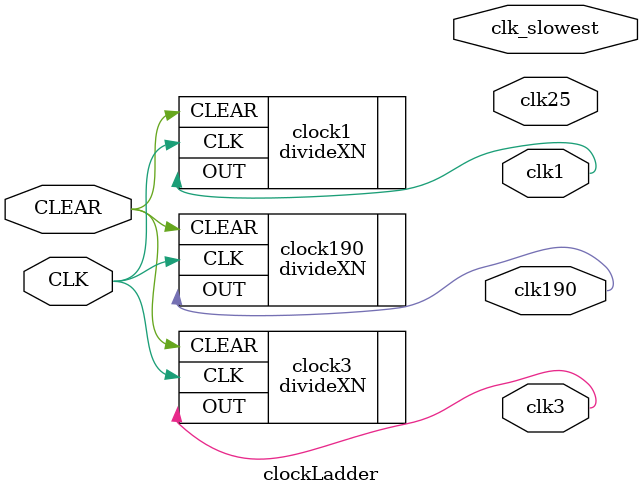
<source format=sv>

module clockLadder 
(
	input CLK, CLEAR,  
	output logic clk190, clk25, clk3, clk1, clk_slowest
);

	divideXN #(263158,32) clock190		// 190 Hz clock		
	(												// 50e6 / 190 = 263158
		.CLK(CLK), 
		.CLEAR(CLEAR),													
		.OUT(clk190)
	);
	
//	divideXN #(2000000,32) clock25		// 25 Hz clock	
//	(												// 50e6 / 25 = 2000000
//		.CLK(CLK), 	
//		.CLEAR(CLEAR), 													
//		.OUT(clk25)
//	);
	
	divideXN #(12500000,32) clock3		// 4 Hz clock
	(												// 50e6 / 4 = 12500000
		.CLK(CLK), 
		.CLEAR(CLEAR),													
		.OUT(clk3)
	);
	
	divideXN #(50000000,32) clock1		// 1 Hz clock = 50000000
	(
		.CLK(CLK), 
		.CLEAR(CLEAR),													
		.OUT(clk1)
	);
													
//	divideXN #(384616,32) slowest		   // 130 Hz 
//	(												// Slowest with no flickering on HEX disp
//		.CLK(CLK), 
//		.CLEAR(CLEAR),													
//		.OUT(clk_slowest)
//	);


endmodule 
</source>
